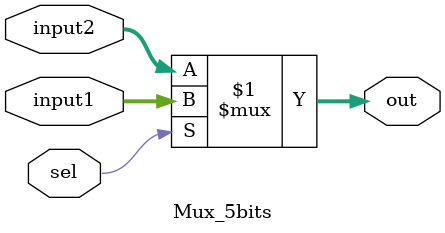
<source format=v>
`timescale 1ns / 1ps



module Mux_32bits(
    input sel,
    input [31:0] input1,
    input [31:0] input2,
    output [31:0] out
    );
    
    assign out = sel ? input1 : input2;
endmodule

module Mux_5bits(
    input sel,
    input [4:0] input1,
    input [4:0] input2,
    output [4:0] out
    );
    
    assign out = sel ? input1 : input2;
endmodule


</source>
